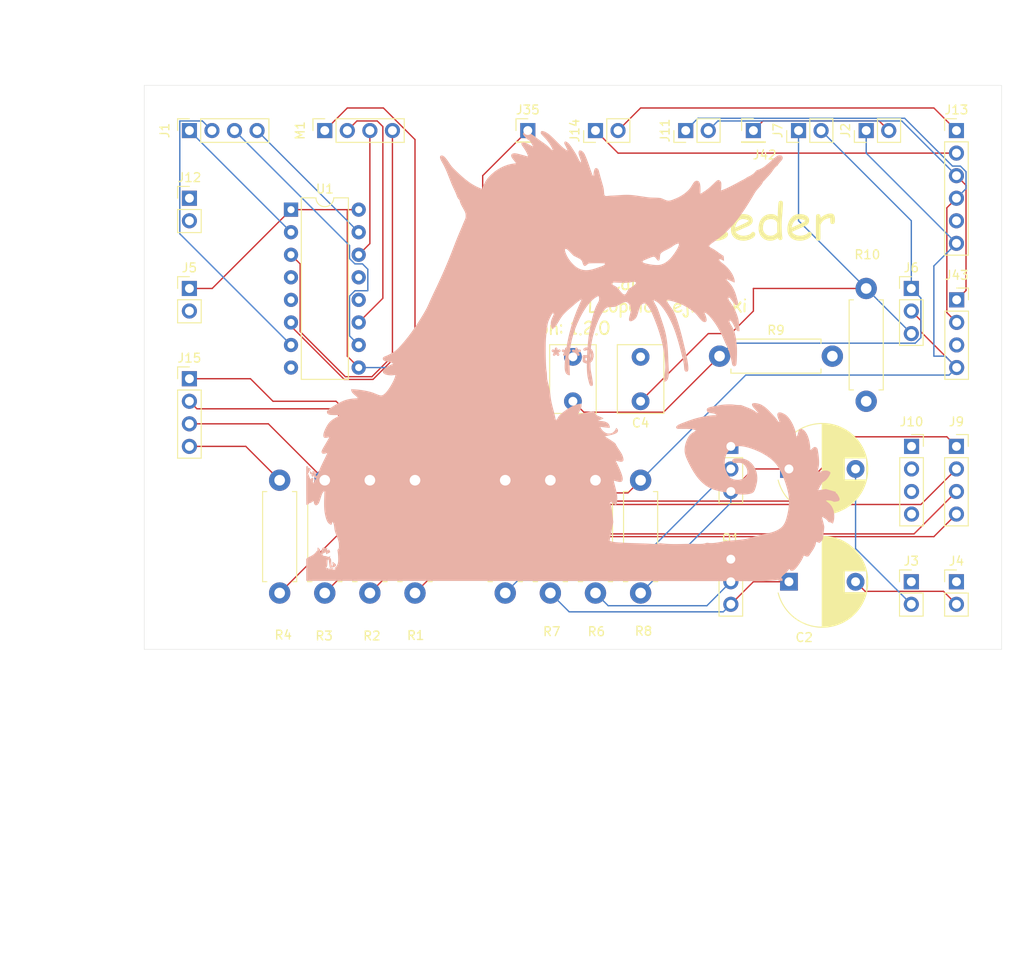
<source format=kicad_pcb>
(kicad_pcb (version 20221018) (generator pcbnew)
  (layers (0 "F.Cu" signal "TOP") (1 "In1.Cu" power "GND") (2 "In2.Cu" power "POWER") (31 "B.Cu" signal "BOTTOM") (34 "B.Paste" user) (35 "F.Paste" user) (36 "B.SilkS" user "B.Silkscreen") (37 "F.SilkS" user "F.Silkscreen") (38 "B.Mask" user) (39 "F.Mask" user) (44 "Edge.Cuts" user))
  (net 0 "")
  (net 1 "Net-(Q2-C)")
  (net 2 "Net-(J3-Pin_2)")
  (net 3 "Net-(Q1-C)")
  (net 4 "Net-(J4-Pin_2)")
  (net 5 "Net-(J1-Pin_1)")
  (net 6 "Net-(J1-Pin_2)")
  (net 7 "Net-(J1-Pin_3)")
  (net 8 "Net-(J1-Pin_4)")
  (net 9 "Net-(J2-Pin_2)")
  (net 10 "GND")
  (net 11 "Net-(J9-Pin_1)")
  (net 12 "Net-(J9-Pin_2)")
  (net 13 "Net-(J9-Pin_3)")
  (net 14 "Net-(J9-Pin_4)")
  (net 15 "Net-(J11-Pin_1)")
  (net 16 "Net-(J11-Pin_2)")
  (net 17 "Net-(J13-Pin_1)")
  (net 18 "Net-(J13-Pin_2)")
  (net 19 "Net-(J15-Pin_1)")
  (net 20 "Net-(J15-Pin_2)")
  (net 21 "Net-(J15-Pin_3)")
  (net 22 "Net-(J15-Pin_4)")
  (net 23 "Net-(J35-Pin_1)")
  (net 24 "Net-(U1-2Y)")
  (net 25 "Net-(M1--)")
  (net 26 "Net-(U1-4Y)")
  (net 27 "Net-(U1-1Y)")
  (net 28 "Net-(Q1-B)")
  (net 29 "Net-(Q2-B)")
  (net 30 "+5V")
  (net 31 "VCC")
  (net 32 "Net-(J6-Pin_1)")
  (net 33 "Net-(J6-Pin_3)")
  (footprint "Connector_PinSocket_2.54mm:PinSocket_1x04_P2.54mm_Vertical" (layer "F.Cu") (at 160.045 64.78)
    (fp_text reference "J43" (at 0 -2.77) (layer "F.SilkS"))
    (fp_text value "LCD_I2C")
    (pad "1" thru_hole rect (at 0 0) (size 1.7 1.7) (drill 1) (layers "*.Cu" "*.Mask") (net 16 "Net-(J11-Pin_2)"))
    (pad "2" thru_hole oval (at 0 2.54) (size 1.7 1.7) (drill 1) (layers "*.Cu" "*.Mask") (net 15 "Net-(J11-Pin_1)"))
    (pad "3" thru_hole oval (at 0 5.08) (size 1.7 1.7) (drill 1) (layers "*.Cu" "*.Mask") (net 10 "GND"))
    (pad "4" thru_hole oval (at 0 7.62) (size 1.7 1.7) (drill 1) (layers "*.Cu" "*.Mask") (net 30 "+5V"))
  )
  (footprint "Connector_PinSocket_2.54mm:PinSocket_1x04_P2.54mm_Vertical" (layer "F.Cu") (at 160.02 81.28)
    (fp_text reference "J9" (at 0 -2.77) (layer "F.SilkS"))
    (fp_text value "LED_OUT")
    (pad "1" thru_hole rect (at 0 0) (size 1.7 1.7) (drill 1) (layers "*.Cu" "*.Mask") (net 11 "Net-(J9-Pin_1)"))
    (pad "2" thru_hole oval (at 0 2.54) (size 1.7 1.7) (drill 1) (layers "*.Cu" "*.Mask") (net 12 "Net-(J9-Pin_2)"))
    (pad "3" thru_hole oval (at 0 5.08) (size 1.7 1.7) (drill 1) (layers "*.Cu" "*.Mask") (net 13 "Net-(J9-Pin_3)"))
    (pad "4" thru_hole oval (at 0 7.62) (size 1.7 1.7) (drill 1) (layers "*.Cu" "*.Mask") (net 14 "Net-(J9-Pin_4)"))
  )
  (footprint "Capacitor_THT:CP_Radial_D10.0mm_P7.50mm" (layer "F.Cu") (at 141.162323 83.82)
    (fp_text reference "C1" (at 1.509477 6.4008) (layer "F.SilkS"))
    (fp_text value "10u")
    (pad "1" thru_hole rect (at 0 0) (size 2 2) (drill 1) (layers "*.Cu" "*.Mask") (net 1 "Net-(Q2-C)"))
    (pad "2" thru_hole circle (at 7.5 0) (size 2 2) (drill 1) (layers "*.Cu" "*.Mask") (net 2 "Net-(J3-Pin_2)"))
  )
  (footprint "Connector_PinHeader_2.54mm:PinHeader_1x02_P2.54mm_Vertical" (layer "F.Cu") (at 142.24 45.72 90)
    (fp_text reference "J7" (at 0 -2.33 90) (layer "F.SilkS"))
    (fp_text value "ENC_IN")
    (pad "1" thru_hole rect (at 0 0 90) (size 1.7 1.7) (drill 1) (layers "*.Cu" "*.Mask") (net 33 "Net-(J6-Pin_3)"))
    (pad "2" thru_hole oval (at 0 2.54 90) (size 1.7 1.7) (drill 1) (layers "*.Cu" "*.Mask") (net 32 "Net-(J6-Pin_1)"))
  )
  (footprint "Connector_PinSocket_2.54mm:PinSocket_1x04_P2.54mm_Vertical" (layer "F.Cu") (at 88.9 45.72 90)
    (fp_text reference "M1" (at 0 -2.77 90) (layer "F.SilkS"))
    (fp_text value "Stepper_Motor_bipolar")
    (pad "1" thru_hole rect (at 0 0 90) (size 1.7 1.7) (drill 1) (layers "*.Cu" "*.Mask") (net 24 "Net-(U1-2Y)"))
    (pad "2" thru_hole oval (at 0 2.54 90) (size 1.7 1.7) (drill 1) (layers "*.Cu" "*.Mask") (net 25 "Net-(M1--)"))
    (pad "3" thru_hole oval (at 0 5.08 90) (size 1.7 1.7) (drill 1) (layers "*.Cu" "*.Mask") (net 26 "Net-(U1-4Y)"))
    (pad "4" thru_hole oval (at 0 7.62 90) (size 1.7 1.7) (drill 1) (layers "*.Cu" "*.Mask") (net 27 "Net-(U1-1Y)"))
  )
  (footprint "Connector_PinHeader_2.54mm:PinHeader_1x03_P2.54mm_Vertical" (layer "F.Cu") (at 154.94 63.5)
    (fp_text reference "J6" (at 0 -2.33) (layer "F.SilkS"))
    (fp_text value "ENC_OUT")
    (pad "1" thru_hole rect (at 0 0) (size 1.7 1.7) (drill 1) (layers "*.Cu" "*.Mask") (net 32 "Net-(J6-Pin_1)"))
    (pad "2" thru_hole oval (at 0 2.54) (size 1.7 1.7) (drill 1) (layers "*.Cu" "*.Mask") (net 30 "+5V"))
    (pad "3" thru_hole oval (at 0 5.08) (size 1.7 1.7) (drill 1) (layers "*.Cu" "*.Mask") (net 33 "Net-(J6-Pin_3)"))
  )
  (footprint "Resistor_THT:R_Axial_DIN0411_L9.9mm_D3.6mm_P12.70mm_Horizontal" (layer "F.Cu") (at 93.98 85.09 -90)
    (fp_text reference "R2" (at 17.526 -0.2286 -180) (layer "F.SilkS"))
    (fp_text value "470")
    (pad "1" thru_hole circle (at 0 0 270) (size 2.4 2.4) (drill 1.2) (layers "*.Cu" "*.Mask") (net 20 "Net-(J15-Pin_2)"))
    (pad "2" thru_hole oval (at 12.7 0 270) (size 2.4 2.4) (drill 1.2) (layers "*.Cu" "*.Mask") (net 13 "Net-(J9-Pin_3)"))
  )
  (footprint "Resistor_THT:R_Axial_DIN0411_L9.9mm_D3.6mm_P12.70mm_Horizontal" (layer "F.Cu") (at 88.9 85.09 -90)
    (fp_text reference "R3" (at 17.526 0.0762 -180) (layer "F.SilkS"))
    (fp_text value "470")
    (pad "1" thru_hole circle (at 0 0 270) (size 2.4 2.4) (drill 1.2) (layers "*.Cu" "*.Mask") (net 21 "Net-(J15-Pin_3)"))
    (pad "2" thru_hole oval (at 12.7 0 270) (size 2.4 2.4) (drill 1.2) (layers "*.Cu" "*.Mask") (net 12 "Net-(J9-Pin_2)"))
  )
  (footprint "Connector_PinHeader_2.54mm:PinHeader_1x02_P2.54mm_Vertical" (layer "F.Cu") (at 154.94 96.52)
    (fp_text reference "J3" (at 0 -2.33) (layer "F.SilkS"))
    (fp_text value "SPEAKER_IN_1")
    (pad "1" thru_hole rect (at 0 0) (size 1.7 1.7) (drill 1) (layers "*.Cu" "*.Mask") (net 10 "GND"))
    (pad "2" thru_hole oval (at 0 2.54) (size 1.7 1.7) (drill 1) (layers "*.Cu" "*.Mask") (net 2 "Net-(J3-Pin_2)"))
  )
  (footprint "Connector_PinSocket_2.54mm:PinSocket_1x04_P2.54mm_Vertical" (layer "F.Cu") (at 73.66 45.72 90)
    (fp_text reference "J1" (at 0 -2.77 90) (layer "F.SilkS"))
    (fp_text value "MOTOR_INPUT")
    (pad "1" thru_hole rect (at 0 0 90) (size 1.7 1.7) (drill 1) (layers "*.Cu" "*.Mask") (net 5 "Net-(J1-Pin_1)"))
    (pad "2" thru_hole oval (at 0 2.54 90) (size 1.7 1.7) (drill 1) (layers "*.Cu" "*.Mask") (net 6 "Net-(J1-Pin_2)"))
    (pad "3" thru_hole oval (at 0 5.08 90) (size 1.7 1.7) (drill 1) (layers "*.Cu" "*.Mask") (net 7 "Net-(J1-Pin_3)"))
    (pad "4" thru_hole oval (at 0 7.62 90) (size 1.7 1.7) (drill 1) (layers "*.Cu" "*.Mask") (net 8 "Net-(J1-Pin_4)"))
  )
  (footprint "Resistor_THT:R_Axial_DIN0411_L9.9mm_D3.6mm_P12.70mm_Horizontal" (layer "F.Cu") (at 99.06 85.09 -90)
    (fp_text reference "R1" (at 17.4752 -0.0762 -180) (layer "F.SilkS"))
    (fp_text value "470")
    (pad "1" thru_hole circle (at 0 0 270) (size 2.4 2.4) (drill 1.2) (layers "*.Cu" "*.Mask") (net 19 "Net-(J15-Pin_1)"))
    (pad "2" thru_hole oval (at 12.7 0 270) (size 2.4 2.4) (drill 1.2) (layers "*.Cu" "*.Mask") (net 14 "Net-(J9-Pin_4)"))
  )
  (footprint "Connector_PinHeader_2.54mm:PinHeader_1x02_P2.54mm_Vertical" (layer "F.Cu") (at 73.66 63.5)
    (fp_text reference "J5" (at 0 -2.33) (layer "F.SilkS"))
    (fp_text value "5V")
    (pad "1" thru_hole rect (at 0 0) (size 1.7 1.7) (drill 1) (layers "*.Cu" "*.Mask") (net 30 "+5V"))
    (pad "2" thru_hole oval (at 0 2.54) (size 1.7 1.7) (drill 1) (layers "*.Cu" "*.Mask") (net 10 "GND"))
  )
  (footprint "Connector_PinHeader_2.54mm:PinHeader_1x01_P2.54mm_Vertical" (layer "F.Cu") (at 111.76 45.72)
    (fp_text reference "J35" (at 0 -2.33) (layer "F.SilkS"))
    (fp_text value "Speaker_GPIO")
    (pad "1" thru_hole rect (at 0 0) (size 1.7 1.7) (drill 1) (layers "*.Cu" "*.Mask") (net 23 "Net-(J35-Pin_1)"))
  )
  (footprint "Connector_PinHeader_2.54mm:PinHeader_1x02_P2.54mm_Vertical" (layer "F.Cu") (at 119.38 45.72 90)
    (fp_text reference "J14" (at 0 -2.33 90) (layer "F.SilkS"))
    (fp_text value "PSoC_RTC_INT_COT_IN")
    (pad "1" thru_hole rect (at 0 0 90) (size 1.7 1.7) (drill 1) (layers "*.Cu" "*.Mask") (net 18 "Net-(J13-Pin_2)"))
    (pad "2" thru_hole oval (at 0 2.54 90) (size 1.7 1.7) (drill 1) (layers "*.Cu" "*.Mask") (net 17 "Net-(J13-Pin_1)"))
  )
  (footprint "Resistor_THT:R_Axial_DIN0411_L9.9mm_D3.6mm_P12.70mm_Horizontal" (layer "F.Cu") (at 149.86 76.2 90)
    (fp_text reference "R10" (at 16.51 0.127 180) (layer "F.SilkS"))
    (fp_text value "1000")
    (pad "1" thru_hole circle (at 0 0 90) (size 2.4 2.4) (drill 1.2) (layers "*.Cu" "*.Mask") (net 10 "GND"))
    (pad "2" thru_hole oval (at 12.7 0 90) (size 2.4 2.4) (drill 1.2) (layers "*.Cu" "*.Mask") (net 33 "Net-(J6-Pin_3)"))
  )
  (footprint "Connector_PinHeader_2.54mm:PinHeader_1x03_P2.54mm_Vertical" (layer "F.Cu") (at 134.62 81.28)
    (fp_text reference "Q2" (at 0 -2.33) (layer "F.SilkS"))
    (fp_text value "PN2222A")
    (pad "1" thru_hole rect (at 0 0) (size 1.7 1.7) (drill 1) (layers "*.Cu" "*.Mask") (net 10 "GND"))
    (pad "2" thru_hole oval (at 0 2.54) (size 1.7 1.7) (drill 1) (layers "*.Cu" "*.Mask") (net 29 "Net-(Q2-B)"))
    (pad "3" thru_hole oval (at 0 5.08) (size 1.7 1.7) (drill 1) (layers "*.Cu" "*.Mask") (net 1 "Net-(Q2-C)"))
  )
  (footprint "Resistor_THT:R_Axial_DIN0411_L9.9mm_D3.6mm_P12.70mm_Horizontal" (layer "F.Cu") (at 119.38 85.09 -90)
    (fp_text reference "R6" (at 17.0434 -0.1016 -180) (layer "F.SilkS"))
    (fp_text value "1000")
    (pad "1" thru_hole circle (at 0 0 270) (size 2.4 2.4) (drill 1.2) (layers "*.Cu" "*.Mask") (net 23 "Net-(J35-Pin_1)"))
    (pad "2" thru_hole oval (at 12.7 0 270) (size 2.4 2.4) (drill 1.2) (layers "*.Cu" "*.Mask") (net 28 "Net-(Q1-B)"))
  )
  (footprint "Connector_PinHeader_2.54mm:PinHeader_1x02_P2.54mm_Vertical" (layer "F.Cu") (at 129.54 45.72 90)
    (fp_text reference "J11" (at 0 -2.33 90) (layer "F.SilkS"))
    (fp_text value "PSoC_I2C_BUS")
    (pad "1" thru_hole rect (at 0 0 90) (size 1.7 1.7) (drill 1) (layers "*.Cu" "*.Mask") (net 15 "Net-(J11-Pin_1)"))
    (pad "2" thru_hole oval (at 0 2.54 90) (size 1.7 1.7) (drill 1) (layers "*.Cu" "*.Mask") (net 16 "Net-(J11-Pin_2)"))
  )
  (footprint "Resistor_THT:R_Axial_DIN0411_L9.9mm_D3.6mm_P12.70mm_Horizontal" (layer "F.Cu") (at 109.22 85.09 -90)
    (fp_text reference "R5" (at 6.35 -0.1524 90) (layer "F.SilkS"))
    (fp_text value "1000")
    (pad "1" thru_hole circle (at 0 0 270) (size 2.4 2.4) (drill 1.2) (layers "*.Cu" "*.Mask") (net 23 "Net-(J35-Pin_1)"))
    (pad "2" thru_hole oval (at 12.7 0 270) (size 2.4 2.4) (drill 1.2) (layers "*.Cu" "*.Mask") (net 29 "Net-(Q2-B)"))
  )
  (footprint "Connector_PinHeader_2.54mm:PinHeader_1x02_P2.54mm_Vertical" (layer "F.Cu") (at 149.86 45.72 90)
    (fp_text reference "J2" (at 0 -2.33 90) (layer "F.SilkS"))
    (fp_text value "BTN")
    (pad "1" thru_hole rect (at 0 0 90) (size 1.7 1.7) (drill 1) (layers "*.Cu" "*.Mask") (net 30 "+5V"))
    (pad "2" thru_hole oval (at 0 2.54 90) (size 1.7 1.7) (drill 1) (layers "*.Cu" "*.Mask") (net 9 "Net-(J2-Pin_2)"))
  )
  (footprint "Connector_PinHeader_2.54mm:PinHeader_1x04_P2.54mm_Vertical" (layer "F.Cu") (at 73.66 73.66)
    (fp_text reference "J15" (at 0 -2.33) (layer "F.SilkS"))
    (fp_text value "LED_IN")
    (pad "1" thru_hole rect (at 0 0) (size 1.7 1.7) (drill 1) (layers "*.Cu" "*.Mask") (net 19 "Net-(J15-Pin_1)"))
    (pad "2" thru_hole oval (at 0 2.54) (size 1.7 1.7) (drill 1) (layers "*.Cu" "*.Mask") (net 20 "Net-(J15-Pin_2)"))
    (pad "3" thru_hole oval (at 0 5.08) (size 1.7 1.7) (drill 1) (layers "*.Cu" "*.Mask") (net 21 "Net-(J15-Pin_3)"))
    (pad "4" thru_hole oval (at 0 7.62) (size 1.7 1.7) (drill 1) (layers "*.Cu" "*.Mask") (net 22 "Net-(J15-Pin_4)"))
  )
  (footprint "Capacitor_THT:C_Disc_D7.5mm_W5.0mm_P5.00mm" (layer "F.Cu") (at 116.84 71.2 -90)
    (fp_text reference "C3" (at 7.3622 -0.2032 -180) (layer "F.SilkS"))
    (fp_text value "100n")
    (pad "1" thru_hole circle (at 0 0 270) (size 2 2) (drill 1) (layers "*.Cu" "*.Mask") (net 10 "GND"))
    (pad "2" thru_hole circle (at 5 0 270) (size 2 2) (drill 1) (layers "*.Cu" "*.Mask") (net 32 "Net-(J6-Pin_1)"))
  )
  (footprint "Resistor_THT:R_Axial_DIN0411_L9.9mm_D3.6mm_P12.70mm_Horizontal" (layer "F.Cu") (at 133.35 71.12)
    (fp_text reference "R9" (at 6.35 -2.92) (layer "F.SilkS"))
    (fp_text value "1000")
    (pad "1" thru_hole circle (at 0 0) (size 2.4 2.4) (drill 1.2) (layers "*.Cu" "*.Mask") (net 32 "Net-(J6-Pin_1)"))
    (pad "2" thru_hole oval (at 12.7 0) (size 2.4 2.4) (drill 1.2) (layers "*.Cu" "*.Mask") (net 10 "GND"))
  )
  (footprint "Connector_PinHeader_2.54mm:PinHeader_1x06_P2.54mm_Vertical" (layer "F.Cu") (at 160.02 45.72)
    (fp_text reference "J13" (at 0 -2.33) (layer "F.SilkS"))
    (fp_text value "RTC_I2C")
    (pad "1" thru_hole rect (at 0 0) (size 1.7 1.7) (drill 1) (layers "*.Cu" "*.Mask") (net 17 "Net-(J13-Pin_1)"))
    (pad "2" thru_hole oval (at 0 2.54) (size 1.7 1.7) (drill 1) (layers "*.Cu" "*.Mask") (net 18 "Net-(J13-Pin_2)"))
    (pad "3" thru_hole oval (at 0 5.08) (size 1.7 1.7) (drill 1) (layers "*.Cu" "*.Mask") (net 16 "Net-(J11-Pin_2)"))
    (pad "4" thru_hole oval (at 0 7.62) (size 1.7 1.7) (drill 1) (layers "*.Cu" "*.Mask") (net 15 "Net-(J11-Pin_1)"))
    (pad "5" thru_hole oval (at 0 10.16) (size 1.7 1.7) (drill 1) (layers "*.Cu" "*.Mask") (net 10 "GND"))
    (pad "6" thru_hole oval (at 0 12.7) (size 1.7 1.7) (drill 1) (layers "*.Cu" "*.Mask") (net 30 "+5V"))
  )
  (footprint "Connector_PinHeader_2.54mm:PinHeader_1x03_P2.54mm_Vertical" (layer "F.Cu") (at 134.62 93.98)
    (fp_text reference "Q1" (at 0 -2.33) (layer "F.SilkS"))
    (fp_text value "PN2222A")
    (pad "1" thru_hole rect (at 0 0) (size 1.7 1.7) (drill 1) (layers "*.Cu" "*.Mask") (net 10 "GND"))
    (pad "2" thru_hole oval (at 0 2.54) (size 1.7 1.7) (drill 1) (layers "*.Cu" "*.Mask") (net 28 "Net-(Q1-B)"))
    (pad "3" thru_hole oval (at 0 5.08) (size 1.7 1.7) (drill 1) (layers "*.Cu" "*.Mask") (net 3 "Net-(Q1-C)"))
  )
  (footprint "Capacitor_THT:C_Disc_D7.5mm_W5.0mm_P5.00mm" (layer "F.Cu") (at 124.46 76.2 90)
    (fp_text reference "C4" (at -2.4384 0 180) (layer "F.SilkS"))
    (fp_text value "100n")
    (pad "1" thru_hole circle (at 0 0 90) (size 2 2) (drill 1) (layers "*.Cu" "*.Mask") (net 33 "Net-(J6-Pin_3)"))
    (pad "2" thru_hole circle (at 5 0 90) (size 2 2) (drill 1) (layers "*.Cu" "*.Mask") (net 10 "GND"))
  )
  (footprint "Connector_PinHeader_2.54mm:PinHeader_1x02_P2.54mm_Vertical" (layer "F.Cu") (at 160.02 96.52)
    (fp_text reference "J4" (at 0 -2.33) (layer "F.SilkS"))
    (fp_text value "SPEAKER_IN_2")
    (pad "1" thru_hole rect (at 0 0) (size 1.7 1.7) (drill 1) (layers "*.Cu" "*.Mask") (net 10 "GND"))
    (pad "2" thru_hole oval (at 0 2.54) (size 1.7 1.7) (drill 1) (layers "*.Cu" "*.Mask") (net 4 "Net-(J4-Pin_2)"))
  )
  (footprint "Resistor_THT:R_Axial_DIN0411_L9.9mm_D3.6mm_P12.70mm_Horizontal" (layer "F.Cu") (at 124.46 97.79 90)
    (fp_text reference "R8" (at -4.2926 0.3302 180) (layer "F.SilkS"))
    (fp_text value "470")
    (pad "1" thru_hole circle (at 0 0 90) (size 2.4 2.4) (drill 1.2) (layers "*.Cu" "*.Mask") (net 1 "Net-(Q2-C)"))
    (pad "2" thru_hole oval (at 12.7 0 90) (size 2.4 2.4) (drill 1.2) (layers "*.Cu" "*.Mask") (net 30 "+5V"))
  )
  (footprint "Resistor_THT:R_Axial_DIN0411_L9.9mm_D3.6mm_P12.70mm_Horizontal" (layer "F.Cu") (at 83.82 85.09 -90)
    (fp_text reference "R4" (at 17.4244 -0.4064 -180) (layer "F.SilkS"))
    (fp_text value "470")
    (pad "1" thru_hole circle (at 0 0 270) (size 2.4 2.4) (drill 1.2) (layers "*.Cu" "*.Mask") (net 22 "Net-(J15-Pin_4)"))
    (pad "2" thru_hole oval (at 12.7 0 270) (size 2.4 2.4) (drill 1.2) (layers "*.Cu" "*.Mask") (net 11 "Net-(J9-Pin_1)"))
  )
  (footprint "Connector_PinSocket_2.54mm:PinSocket_1x04_P2.54mm_Vertical" (layer "F.Cu") (at 154.965 81.28)
    (fp_text reference "J10" (at 0 -2.77) (layer "F.SilkS"))
    (fp_text value "LED_GND")
    (pad "1" thru_hole rect (at 0 0) (size 1.7 1.7) (drill 1) (layers "*.Cu" "*.Mask") (net 10 "GND"))
    (pad "2" thru_hole oval (at 0 2.54) (size 1.7 1.7) (drill 1) (layers "*.Cu" "*.Mask") (net 10 "GND"))
    (pad "3" thru_hole oval (at 0 5.08) (size 1.7 1.7) (drill 1) (layers "*.Cu" "*.Mask") (net 10 "GND"))
    (pad "4" thru_hole oval (at 0 7.62) (size 1.7 1.7) (drill 1) (layers "*.Cu" "*.Mask") (net 10 "GND"))
  )
  (footprint "Connector_PinHeader_2.54mm:PinHeader_1x01_P2.54mm_Vertical" (layer "F.Cu") (at 137.16 45.72)
    (fp_text reference "J42" (at 1.27 2.7432) (layer "F.SilkS"))
    (fp_text value "PSoC_BTN_OUT")
    (pad "1" thru_hole rect (at 0 0) (size 1.7 1.7) (drill 1) (layers "*.Cu" "*.Mask") (net 9 "Net-(J2-Pin_2)"))
  )
  (footprint "Package_DIP:DIP-16_W7.62mm" (layer "F.Cu") (at 85.1 54.625)
    (fp_text reference "U1" (at 3.81 -2.33) (layer "F.SilkS"))
    (fp_text value "L293D")
    (pad "1" thru_hole rect (at 0 0) (size 1.6 1.6) (drill 0.8) (layers "*.Cu" "*.Mask") (net 30 "+5V"))
    (pad "2" thru_hole oval (at 0 2.54) (size 1.6 1.6) (drill 0.8) (layers "*.Cu" "*.Mask") (net 5 "Net-(J1-Pin_1)"))
    (pad "3" thru_hole oval (at 0 5.08) (size 1.6 1.6) (drill 0.8) (layers "*.Cu" "*.Mask") (net 27 "Net-(U1-1Y)"))
    (pad "4" thru_hole oval (at 0 7.62) (size 1.6 1.6) (drill 0.8) (layers "*.Cu" "*.Mask") (net 10 "GND"))
    (pad "5" thru_hole oval (at 0 10.16) (size 1.6 1.6) (drill 0.8) (layers "*.Cu" "*.Mask") (net 10 "GND"))
    (pad "6" thru_hole oval (at 0 12.7) (size 1.6 1.6) (drill 0.8) (layers "*.Cu" "*.Mask") (net 24 "Net-(U1-2Y)"))
    (pad "7" thru_hole oval (at 0 15.24) (size 1.6 1.6) (drill 0.8) (layers "*.Cu" "*.Mask") (net 6 "Net-(J1-Pin_2)"))
    (pad "8" thru_hole oval (at 0 17.78) (size 1.6 1.6) (drill 0.8) (layers "*.Cu" "*.Mask") (net 31 "VCC"))
    (pad "9" thru_hole oval (at 7.62 17.78) (size 1.6 1.6) (drill 0.8) (layers "*.Cu" "*.Mask") (net 30 "+5V"))
    (pad "10" thru_hole oval (at 7.62 15.24) (size 1.6 1.6) (drill 0.8) (layers "*.Cu" "*.Mask") (net 7 "Net-(J1-Pin_3)"))
    (pad "11" thru_hole oval (at 7.62 12.7) (size 1.6 1.6) (drill 0.8) (layers "*.Cu" "*.Mask") (net 25 "Net-(M1--)"))
    (pad "12" thru_hole oval (at 7.62 10.16) (size 1.6 1.6) (drill 0.8) (layers "*.Cu" "*.Mask") (net 10 "GND"))
    (pad "13" thru_hole oval (at 7.62 7.62) (size 1.6 1.6) (drill 0.8) (layers "*.Cu" "*.Mask") (net 10 "GND"))
    (pad "14" thru_hole oval (at 7.62 5.08) (size 1.6 1.6) (drill 0.8) (layers "*.Cu" "*.Mask") (net 26 "Net-(U1-4Y)"))
    (pad "15" thru_hole oval (at 7.62 2.54) (size 1.6 1.6) (drill 0.8) (layers "*.Cu" "*.Mask") (net 8 "Net-(J1-Pin_4)"))
    (pad "16" thru_hole oval (at 7.62 0) (size 1.6 1.6) (drill 0.8) (layers "*.Cu" "*.Mask") (net 30 "+5V"))
  )
  (footprint "Connector_PinHeader_2.54mm:PinHeader_1x02_P2.54mm_Vertical" (layer "F.Cu") (at 73.66 53.34)
    (fp_text reference "J12" (at 0 -2.33) (layer "F.SilkS"))
    (fp_text value "13.5V")
    (pad "1" thru_hole rect (at 0 0) (size 1.7 1.7) (drill 1) (layers "*.Cu" "*.Mask") (net 31 "VCC"))
    (pad "2" thru_hole oval (at 0 2.54) (size 1.7 1.7) (drill 1) (layers "*.Cu" "*.Mask") (net 10 "GND"))
  )
  (footprint "Resistor_THT:R_Axial_DIN0411_L9.9mm_D3.6mm_P12.70mm_Horizontal" (layer "F.Cu") (at 114.3 97.79 90)
    (fp_text reference "R7" (at -4.3434 0.1524 180) (layer "F.SilkS"))
    (fp_text value "470")
    (pad "1" thru_hole circle (at 0 0 90) (size 2.4 2.4) (drill 1.2) (layers "*.Cu" "*.Mask") (net 3 "Net-(Q1-C)"))
    (pad "2" thru_hole oval (at 12.7 0 90) (size 2.4 2.4) (drill 1.2) (layers "*.Cu" "*.Mask") (net 30 "+5V"))
  )
  (footprint "Capacitor_THT:CP_Radial_D10.0mm_P7.50mm" (layer "F.Cu") (at 141.162323 96.52)
    (fp_text reference "C2" (at 1.712677 6.2738) (layer "F.SilkS"))
    (fp_text value "10u")
    (pad "1" thru_hole rect (at 0 0) (size 2 2) (drill 1) (layers "*.Cu" "*.Mask") (net 3 "Net-(Q1-C)"))
    (pad "2" thru_hole circle (at 7.5 0) (size 2 2) (drill 1) (layers "*.Cu" "*.Mask") (net 4 "Net-(J4-Pin_2)"))
  )
  (footprint "Graphics:cat" (layer "B.Cu") (at 116.84 71.12 180)
    (fp_text reference "G***" (at 0 0) (layer "B.SilkS") (effects (font (size 1.5 1.5) (thickness 0.3)) (justify mirror)))
    (fp_text value "LOGO" hide)
  )
  (gr_line (start 68.58 40.64) (end 165.1 40.64) (stroke (width 0.0381)) (layer "Edge.Cuts"))
  (gr_line (start 165.1 104.14) (end 68.58 104.14) (stroke (width 0.0381)) (layer "Edge.Cuts"))
  (gr_line (start 68.58 104.14) (end 68.58 40.64) (stroke (width 0.0381)) (layer "Edge.Cuts"))
  (gr_line (start 165.1 40.64) (end 165.1 104.14) (stroke (width 0.0381)) (layer "Edge.Cuts"))
  (gr_text_box "Nacho Feeder\n" (start 106.68 50.8) (end 154.94 60.96) (layer "F.SilkS") (effects (font (size 4 4) (thickness 0.4)) (justify left top)))
  (gr_text_box "Designed by: Caleb Probst\n                 Leopold Tejkowski\nVersion: 1.2.0\n" (start 106.68 60.96) (end 154.94 71.12) (layer "F.SilkS") (effects (font (size 1.5 1.5) (thickness 0.2)) (justify left top)))
  (segment (start 137.16 83.82) (end 141.162323 83.82) (width 0.1524) (layer "F.Cu") (net 1))
  (segment (start 134.62 86.36) (end 137.16 83.82) (width 0.1524) (layer "F.Cu") (net 1))
  (segment (start 124.46 97.79) (end 134.62 87.63) (width 0.1524) (layer "B.Cu") (net 1))
  (segment (start 134.62 87.63) (end 134.62 86.36) (width 0.1524) (layer "B.Cu") (net 1))
  (segment (start 148.662323 83.82) (end 148.662323 92.782323) (width 0.1524) (layer "B.Cu") (net 2))
  (segment (start 148.662323 92.782323) (end 154.94 99.06) (width 0.1524) (layer "B.Cu") (net 2))
  (segment (start 137.16 96.52) (end 141.162323 96.52) (width 0.1524) (layer "F.Cu") (net 3))
  (segment (start 134.62 99.06) (end 137.16 96.52) (width 0.1524) (layer "F.Cu") (net 3))
  (segment (start 114.3 97.79) (end 116.42 99.91) (width 0.1524) (layer "B.Cu") (net 3))
  (segment (start 116.42 99.91) (end 133.77 99.91) (width 0.1524) (layer "B.Cu") (net 3))
  (segment (start 133.77 99.91) (end 134.62 99.06) (width 0.1524) (layer "B.Cu") (net 3))
  (segment (start 148.662323 96.52) (end 149.740923 97.5986) (width 0.1524) (layer "F.Cu") (net 4))
  (segment (start 158.5586 97.5986) (end 160.02 99.06) (width 0.1524) (layer "F.Cu") (net 4))
  (segment (start 149.740923 97.5986) (end 158.5586 97.5986) (width 0.1524) (layer "F.Cu") (net 4))
  (segment (start 73.66 45.725) (end 73.66 45.72) (width 0.1524) (layer "B.Cu") (net 5))
  (segment (start 85.1 57.165) (end 73.66 45.725) (width 0.1524) (layer "B.Cu") (net 5))
  (segment (start 72.5814 57.3464) (end 72.5814 44.6414) (width 0.1524) (layer "B.Cu") (net 6))
  (segment (start 72.5814 44.6414) (end 75.1214 44.6414) (width 0.1524) (layer "B.Cu") (net 6))
  (segment (start 85.1 69.865) (end 72.5814 57.3464) (width 0.1524) (layer "B.Cu") (net 6))
  (segment (start 75.1214 44.6414) (end 76.2 45.72) (width 0.1524) (layer "B.Cu") (net 6))
  (segment (start 92.293939 60.7336) (end 91.6914 60.131061) (width 0.1524) (layer "B.Cu") (net 7))
  (segment (start 93.7486 63.7314) (end 93.7486 61.336139) (width 0.1524) (layer "B.Cu") (net 7))
  (segment (start 91.6914 60.131061) (end 91.6914 58.6714) (width 0.1524) (layer "B.Cu") (net 7))
  (segment (start 91.6914 64.358939) (end 92.293939 63.7564) (width 0.1524) (layer "B.Cu") (net 7))
  (segment (start 93.146061 60.7336) (end 92.293939 60.7336) (width 0.1524) (layer "B.Cu") (net 7))
  (segment (start 92.293939 63.7564) (end 93.7236 63.7564) (width 0.1524) (layer "B.Cu") (net 7))
  (segment (start 91.6914 68.8364) (end 91.6914 64.358939) (width 0.1524) (layer "B.Cu") (net 7))
  (segment (start 93.7486 61.336139) (end 93.146061 60.7336) (width 0.1524) (layer "B.Cu") (net 7))
  (segment (start 91.6914 58.6714) (end 78.74 45.72) (width 0.1524) (layer "B.Cu") (net 7))
  (segment (start 92.72 69.865) (end 91.6914 68.8364) (width 0.1524) (layer "B.Cu") (net 7))
  (segment (start 93.7236 63.7564) (end 93.7486 63.7314) (width 0.1524) (layer "B.Cu") (net 7))
  (segment (start 92.72 57.165) (end 81.28 45.725) (width 0.1524) (layer "B.Cu") (net 8))
  (segment (start 81.28 45.725) (end 81.28 45.72) (width 0.1524) (layer "B.Cu") (net 8))
  (segment (start 137.16 45.72) (end 138.2386 44.6414) (width 0.1524) (layer "F.Cu") (net 9))
  (segment (start 151.3214 44.6414) (end 152.4 45.72) (width 0.1524) (layer "F.Cu") (net 9))
  (segment (start 138.2386 44.6414) (end 151.3214 44.6414) (width 0.1524) (layer "F.Cu") (net 9))
  (segment (start 158.9414 80.2014) (end 160.02 81.28) (width 0.1524) (layer "F.Cu") (net 11))
  (segment (start 148.3986 80.2014) (end 158.9414 80.2014) (width 0.1524) (layer "F.Cu") (net 11))
  (segment (start 141.1614 87.4386) (end 148.3986 80.2014) (width 0.1524) (layer "F.Cu") (net 11))
  (segment (start 83.82 97.79) (end 94.1714 87.4386) (width 0.1524) (layer "F.Cu") (net 11))
  (segment (start 94.1714 87.4386) (end 141.1614 87.4386) (width 0.1524) (layer "F.Cu") (net 11))
  (segment (start 88.9 97.79) (end 98.8686 87.8214) (width 0.1524) (layer "F.Cu") (net 12))
  (segment (start 156.0186 87.8214) (end 160.02 83.82) (width 0.1524) (layer "F.Cu") (net 12))
  (segment (start 98.8686 87.8214) (end 156.0186 87.8214) (width 0.1524) (layer "F.Cu") (net 12))
  (segment (start 100.6348 91.1352) (end 155.2448 91.1352) (width 0.1524) (layer "F.Cu") (net 13))
  (segment (start 93.98 97.79) (end 100.6348 91.1352) (width 0.1524) (layer "F.Cu") (net 13))
  (segment (start 155.2448 91.1352) (end 160.02 86.36) (width 0.1524) (layer "F.Cu") (net 13))
  (segment (start 105.41 91.44) (end 157.48 91.44) (width 0.1524) (layer "F.Cu") (net 14))
  (segment (start 99.06 97.79) (end 105.41 91.44) (width 0.1524) (layer "F.Cu") (net 14))
  (segment (start 157.48 91.44) (end 160.02 88.9) (width 0.1524) (layer "F.Cu") (net 14))
  (segment (start 158.9414 66.2164) (end 158.9414 54.4186) (width 0.1524) (layer "F.Cu") (net 15))
  (segment (start 158.9414 54.4186) (end 160.02 53.34) (width 0.1524) (layer "F.Cu") (net 15))
  (segment (start 160.045 67.32) (end 158.9414 66.2164) (width 0.1524) (layer "F.Cu") (net 15))
  (segment (start 160.466771 49.7214) (end 161.0986 50.353229) (width 0.1524) (layer "B.Cu") (net 15))
  (segment (start 161.0986 50.353229) (end 161.0986 52.2614) (width 0.1524) (layer "B.Cu") (net 15))
  (segment (start 154.188429 44.3366) (end 159.573229 49.7214) (width 0.1524) (layer "B.Cu") (net 15))
  (segment (start 161.0986 52.2614) (end 160.02 53.34) (width 0.1524) (layer "B.Cu") (net 15))
  (segment (start 159.573229 49.7214) (end 160.466771 49.7214) (width 0.1524) (layer "B.Cu") (net 15))
  (segment (start 130.9234 44.3366) (end 154.188429 44.3366) (width 0.1524) (layer "B.Cu") (net 15))
  (segment (start 129.54 45.72) (end 130.9234 44.3366) (width 0.1524) (layer "B.Cu") (net 15))
  (segment (start 160.02 50.8) (end 161.0986 51.8786) (width 0.1524) (layer "F.Cu") (net 16))
  (segment (start 161.0986 51.8786) (end 161.0986 63.7264) (width 0.1524) (layer "F.Cu") (net 16))
  (segment (start 161.0986 63.7264) (end 160.045 64.78) (width 0.1524) (layer "F.Cu") (net 16))
  (segment (start 133.1586 44.6414) (end 153.8614 44.6414) (width 0.1524) (layer "B.Cu") (net 16))
  (segment (start 132.08 45.72) (end 133.1586 44.6414) (width 0.1524) (layer "B.Cu") (net 16))
  (segment (start 153.8614 44.6414) (end 160.02 50.8) (width 0.1524) (layer "B.Cu") (net 16))
  (segment (start 157.48 43.18) (end 160.02 45.72) (width 0.1524) (layer "F.Cu") (net 17))
  (segment (start 124.46 43.18) (end 157.48 43.18) (width 0.1524) (layer "F.Cu") (net 17))
  (segment (start 121.92 45.72) (end 124.46 43.18) (width 0.1524) (layer "F.Cu") (net 17))
  (segment (start 119.38 45.72) (end 121.92 48.26) (width 0.1524) (layer "F.Cu") (net 18))
  (segment (start 121.92 48.26) (end 160.02 48.26) (width 0.1524) (layer "F.Cu") (net 18))
  (segment (start 83.069654 76.2) (end 90.17 76.2) (width 0.1524) (layer "F.Cu") (net 19))
  (segment (start 73.66 73.66) (end 80.529654 73.66) (width 0.1524) (layer "F.Cu") (net 19))
  (segment (start 80.529654 73.66) (end 83.069654 76.2) (width 0.1524) (layer "F.Cu") (net 19))
  (segment (start 90.17 76.2) (end 99.06 85.09) (width 0.1524) (layer "F.Cu") (net 19))
  (segment (start 93.98 81.28) (end 93.98 85.09) (width 0.1524) (layer "F.Cu") (net 20))
  (segment (start 89.75 77.05) (end 93.98 81.28) (width 0.1524) (layer "F.Cu") (net 20))
  (segment (start 73.66 76.2) (end 74.51 77.05) (width 0.1524) (layer "F.Cu") (net 20))
  (segment (start 74.51 77.05) (end 89.75 77.05) (width 0.1524) (layer "F.Cu") (net 20))
  (segment (start 73.66 78.74) (end 82.55 78.74) (width 0.1524) (layer "F.Cu") (net 21))
  (segment (start 82.55 78.74) (end 88.9 85.09) (width 0.1524) (layer "F.Cu") (net 21))
  (segment (start 80.01 81.28) (end 83.82 85.09) (width 0.1524) (layer "F.Cu") (net 22))
  (segment (start 73.66 81.28) (end 80.01 81.28) (width 0.1524) (layer "F.Cu") (net 22))
  (segment (start 119.38 85.09) (end 115.57 81.28) (width 0.1524) (layer "F.Cu") (net 23))
  (segment (start 115.57 81.28) (end 106.68 81.28) (width 0.1524) (layer "F.Cu") (net 23))
  (segment (start 111.76 45.72) (end 106.68 50.8) (width 0.1524) (layer "F.Cu") (net 23))
  (segment (start 106.68 82.55) (end 109.22 85.09) (width 0.1524) (layer "F.Cu") (net 23))
  (segment (start 106.68 50.8) (end 106.68 82.55) (width 0.1524) (layer "F.Cu") (net 23))
  (segment (start 94.332652 73.7384) (end 99.06 69.011052) (width 0.1524) (layer "F.Cu") (net 24))
  (segment (start 91.44 43.18) (end 88.9 45.72) (width 0.1524) (layer "F.Cu") (net 24))
  (segment (start 99.06 69.011052) (end 99.06 46.734629) (width 0.1524) (layer "F.Cu") (net 24))
  (segment (start 95.505371 43.18) (end 91.44 43.18) (width 0.1524) (layer "F.Cu") (net 24))
  (segment (start 99.06 46.734629) (end 95.505371 43.18) (width 0.1524) (layer "F.Cu") (net 24))
  (segment (start 85.1 67.751052) (end 91.087348 73.7384) (width 0.1524) (layer "F.Cu") (net 24))
  (segment (start 85.1 67.325) (end 85.1 67.751052) (width 0.1524) (layer "F.Cu") (net 24))
  (segment (start 91.087348 73.7384) (end 94.332652 73.7384) (width 0.1524) (layer "F.Cu") (net 24))
  (segment (start 94.809571 44.6414) (end 92.5186 44.6414) (width 0.1524) (layer "F.Cu") (net 25))
  (segment (start 95.4414 45.273229) (end 94.809571 44.6414) (width 0.1524) (layer "F.Cu") (net 25))
  (segment (start 92.5186 44.6414) (end 91.44 45.72) (width 0.1524) (layer "F.Cu") (net 25))
  (segment (start 92.72 67.325) (end 95.4414 64.6036) (width 0.1524) (layer "F.Cu") (net 25))
  (segment (start 95.4414 64.6036) (end 95.4414 45.273229) (width 0.1524) (layer "F.Cu") (net 25))
  (segment (start 93.98 58.445) (end 93.98 45.72) (width 0.1524) (layer "F.Cu") (net 26))
  (segment (start 92.72 59.705) (end 93.98 58.445) (width 0.1524) (layer "F.Cu") (net 26))
  (segment (start 91.2136 73.4336) (end 94.2064 73.4336) (width 0.1524) (layer "F.Cu") (net 27))
  (segment (start 94.2064 73.4336) (end 96.52 71.12) (width 0.1524) (layer "F.Cu") (net 27))
  (segment (start 85.1 59.705) (end 86.1286 60.7336) (width 0.1524) (layer "F.Cu") (net 27))
  (segment (start 86.1286 60.7336) (end 86.1286 68.3486) (width 0.1524) (layer "F.Cu") (net 27))
  (segment (start 96.52 71.12) (end 96.52 45.72) (width 0.1524) (layer "F.Cu") (net 27))
  (segment (start 86.1286 68.3486) (end 91.2136 73.4336) (width 0.1524) (layer "F.Cu") (net 27))
  (segment (start 120.8086 99.2186) (end 131.9214 99.2186) (width 0.1524) (layer "B.Cu") (net 28))
  (segment (start 131.9214 99.2186) (end 134.62 96.52) (width 0.1524) (layer "B.Cu") (net 28))
  (segment (start 119.38 97.79) (end 120.8086 99.2186) (width 0.1524) (layer "B.Cu") (net 28))
  (segment (start 122.0786 96.3614) (end 134.62 83.82) (width 0.1524) (layer "B.Cu") (net 29))
  (segment (start 110.6486 96.3614) (end 122.0786 96.3614) (width 0.1524) (layer "B.Cu") (net 29))
  (segment (start 109.22 97.79) (end 110.6486 96.3614) (width 0.1524) (layer "B.Cu") (net 29))
  (segment (start 160.045 72.4) (end 156.0186 68.3736) (width 0.1524) (layer "F.Cu") (net 30))
  (segment (start 73.66 63.5) (end 76.225 63.5) (width 0.1524) (layer "F.Cu") (net 30))
  (segment (start 91.44 71.125) (end 91.44 54.625) (width 0.1524) (layer "F.Cu") (net 30))
  (segment (start 85.1 54.625) (end 91.44 54.625) (width 0.1524) (layer "F.Cu") (net 30))
  (segment (start 114.3 85.09) (end 115.7286 86.5186) (width 0.1524) (layer "F.Cu") (net 30))
  (segment (start 156.0186 67.1186) (end 154.94 66.04) (width 0.1524) (layer "F.Cu") (net 30))
  (segment (start 92.72 72.405) (end 91.44 71.125) (width 0.1524) (layer "F.Cu") (net 30))
  (segment (start 156.0186 68.3736) (end 156.0186 67.1186) (width 0.1524) (layer "F.Cu") (net 30))
  (segment (start 115.7286 86.5186) (end 123.0314 86.5186) (width 0.1524) (layer "F.Cu") (net 30))
  (segment (start 76.225 63.5) (end 85.1 54.625) (width 0.1524) (layer "F.Cu") (net 30))
  (segment (start 123.0314 86.5186) (end 124.46 85.09) (width 0.1524) (layer "F.Cu") (net 30))
  (segment (start 91.44 54.625) (end 92.72 54.625) (width 0.1524) (layer "F.Cu") (net 30))
  (segment (start 160.045 72.4) (end 159.195 73.25) (width 0.1524) (layer "B.Cu") (net 30))
  (segment (start 101.615 72.405) (end 114.3 85.09) (width 0.1524) (layer "B.Cu") (net 30))
  (segment (start 92.72 72.405) (end 101.615 72.405) (width 0.1524) (layer "B.Cu") (net 30))
  (segment (start 158.765 71.12) (end 160.045 72.4) (width 0.1524) (layer "B.Cu") (net 30))
  (segment (start 160.02 58.42) (end 157.48 60.96) (width 0.1524) (layer "B.Cu") (net 30))
  (segment (start 157.48 71.12) (end 158.765 71.12) (width 0.1524) (layer "B.Cu") (net 30))
  (segment (start 149.86 45.72) (end 149.86 48.26) (width 0.1524) (layer "B.Cu") (net 30))
  (segment (start 159.195 73.25) (end 136.3 73.25) (width 0.1524) (layer "B.Cu") (net 30))
  (segment (start 157.48 60.96) (end 157.48 71.12) (width 0.1524) (layer "B.Cu") (net 30))
  (segment (start 149.86 48.26) (end 160.02 58.42) (width 0.1524) (layer "B.Cu") (net 30))
  (segment (start 136.3 73.25) (end 124.46 85.09) (width 0.1524) (layer "B.Cu") (net 30))
  (segment (start 116.84 76.2) (end 118.0686 77.4286) (width 0.1524) (layer "F.Cu") (net 32))
  (segment (start 118.0686 77.4286) (end 127.0414 77.4286) (width 0.1524) (layer "F.Cu") (net 32))
  (segment (start 127.0414 77.4286) (end 133.35 71.12) (width 0.1524) (layer "F.Cu") (net 32))
  (segment (start 156.0186 64.5786) (end 154.94 63.5) (width 0.1524) (layer "B.Cu") (net 32))
  (segment (start 154.94 55.88) (end 144.78 45.72) (width 0.1524) (layer "B.Cu") (net 32))
  (segment (start 156.0186 69.026771) (end 156.0186 64.5786) (width 0.1524) (layer "B.Cu") (net 32))
  (segment (start 154.94 63.5) (end 154.94 55.88) (width 0.1524) (layer "B.Cu") (net 32))
  (segment (start 155.386771 69.6586) (end 156.0186 69.026771) (width 0.1524) (layer "B.Cu") (net 32))
  (segment (start 133.35 71.12) (end 134.8114 69.6586) (width 0.1524) (layer "B.Cu") (net 32))
  (segment (start 134.8114 69.6586) (end 155.386771 69.6586) (width 0.1524) (layer "B.Cu") (net 32))
  (segment (start 137.16 66.04) (end 134.62 68.58) (width 0.1524) (layer "F.Cu") (net 33))
  (segment (start 132.08 68.58) (end 124.46 76.2) (width 0.1524) (layer "F.Cu") (net 33))
  (segment (start 134.62 68.58) (end 132.08 68.58) (width 0.1524) (layer "F.Cu") (net 33))
  (segment (start 137.16 63.5) (end 137.16 66.04) (width 0.1524) (layer "F.Cu") (net 33))
  (segment (start 149.86 63.5) (end 137.16 63.5) (width 0.1524) (layer "F.Cu") (net 33))
  (segment (start 142.24 45.72) (end 142.24 55.88) (width 0.1524) (layer "B.Cu") (net 33))
  (segment (start 154.94 68.58) (end 149.86 63.5) (width 0.1524) (layer "B.Cu") (net 33))
  (segment (start 142.24 55.88) (end 149.86 63.5) (width 0.1524) (layer "B.Cu") (net 33))
)
</source>
